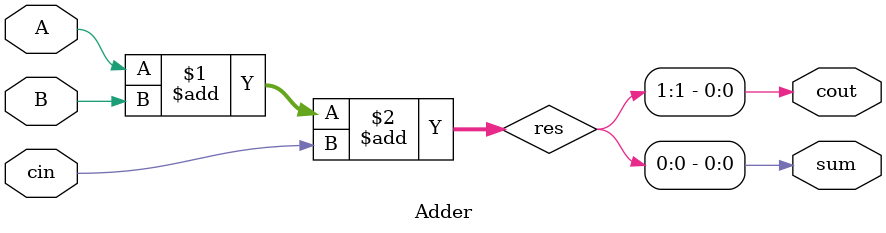
<source format=v>
`timescale 1ns / 1ps
module Multi8 (out, X, Y);

input   [7:0] X;
input   [7:0] Y;
output 	[15:0] out;
wire [7:0]res[3:0];

Multi4 low(
    .out(res[0]),
    .X(X[3:0]),
    .Y(Y[3:0])
);
Multi4 first_mid(
    .out(res[1]),
    .X(X[7:4]),
    .Y(Y[3:0])
);
Multi4 second_mid(
    .out(res[2]),
    .X(X[3:0]),
    .Y(Y[7:4])
);
Multi4 high(
    .out(res[3]),
    .X(X[7:4]),
    .Y(Y[7:4])
);
assign out = {8'd0,res[0]} + {4'd0,res[1],4'd0} + {4'd0,res[2],4'd0} + {res[3],8'd0};
endmodule

module Multi4(out, X, Y);
input   [3:0] X;
input   [3:0] Y;
output 	[7:0] out;
wire [3:0] S1, S2, S3;
wire [3:0] C1, C2, C3;
Adder x0y1 ((X[0]&Y[1]),(X[1]&Y[0]),1'b0 ,S1[0],C1[0]);
Adder x1y1 ((X[1]&Y[1]),(X[2]&Y[0]),C1[0],S1[1],C1[1]);
Adder x2y1 ((X[2]&Y[1]),(X[3]&Y[0]),C1[1],S1[2],C1[2]);
Adder x3y1 ((X[3]&Y[1]),1'b0,C1[2],S1[3],C1[3]);
Adder x0y2 ((X[0]&Y[2]),S1[1],1'b0,S2[0],C2[0]);
Adder x1y2 ((X[1]&Y[2]),S1[2],C2[0],S2[1],C2[1]);
Adder x2y2 ((X[2]&Y[2]),S1[3],C2[1],S2[2],C2[2]);
Adder x3y2 ((X[3]&Y[2]),C1[3],C2[2],S2[3],C2[3]);
Adder x0y3 ((X[0]&Y[3]),S2[1],1'b0,S3[0],C3[0]);
Adder x1y3 ((X[1]&Y[3]),S2[2],C3[0],S3[1],C3[1]);
Adder x2y3 ((X[2]&Y[3]),S2[3],C3[1],S3[2],C3[2]);
Adder x3y3 ((X[3]&Y[3]),C2[3],C3[2],S3[3],C3[3]);
assign out[0] = X[0]&Y[0];
assign out[1] = S1[0];
assign out[2] = S2[0];
assign out[3] = S3[0];
assign out[4] = S3[1];
assign out[5] = S3[2];
assign out[6] = S3[3];
assign out[7] = C3[3];
endmodule

module Adder(
    input       A,
    input       B,
    input       cin,
    output      sum,
    output      cout      
);
wire [1:0] res;
assign res   = (A + B + cin);
assign sum      = res[0];
assign cout    = res[1];

endmodule

</source>
